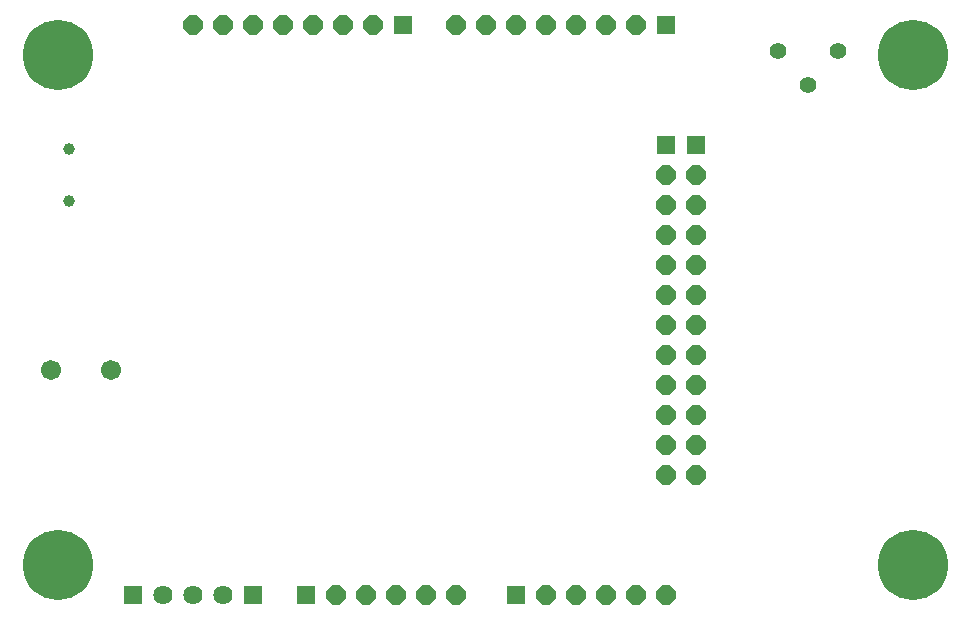
<source format=gbs>
G75*
G70*
%OFA0B0*%
%FSLAX24Y24*%
%IPPOS*%
%LPD*%
%AMOC8*
5,1,8,0,0,1.08239X$1,22.5*
%
%ADD10C,0.0394*%
%ADD11R,0.0640X0.0640*%
%ADD12C,0.0640*%
%ADD13OC8,0.0640*%
%ADD14C,0.0670*%
%ADD15C,0.2340*%
%ADD16C,0.0555*%
D10*
X002750Y018187D03*
X002750Y019920D03*
D11*
X004875Y005054D03*
X008875Y005054D03*
X010625Y005054D03*
X017625Y005054D03*
X022625Y020054D03*
X023625Y020054D03*
X022625Y024054D03*
X013875Y024054D03*
D12*
X007875Y005054D03*
X006875Y005054D03*
X005875Y005054D03*
D13*
X011625Y005054D03*
X012625Y005054D03*
X013625Y005054D03*
X014625Y005054D03*
X015625Y005054D03*
X018625Y005054D03*
X019625Y005054D03*
X020625Y005054D03*
X021625Y005054D03*
X022625Y005054D03*
X022625Y009054D03*
X023625Y009054D03*
X023625Y010054D03*
X022625Y010054D03*
X022625Y011054D03*
X023625Y011054D03*
X023625Y012054D03*
X022625Y012054D03*
X022625Y013054D03*
X023625Y013054D03*
X023625Y014054D03*
X022625Y014054D03*
X022625Y015054D03*
X023625Y015054D03*
X023625Y016054D03*
X022625Y016054D03*
X022625Y017054D03*
X023625Y017054D03*
X023625Y018054D03*
X022625Y018054D03*
X022625Y019054D03*
X023625Y019054D03*
X021625Y024054D03*
X020625Y024054D03*
X019625Y024054D03*
X018625Y024054D03*
X017625Y024054D03*
X016625Y024054D03*
X015625Y024054D03*
X012875Y024054D03*
X011875Y024054D03*
X010875Y024054D03*
X009875Y024054D03*
X008875Y024054D03*
X007875Y024054D03*
X006875Y024054D03*
D14*
X004125Y012554D03*
X002125Y012554D03*
D15*
X002375Y006054D03*
X002375Y023054D03*
X030875Y023054D03*
X030875Y006054D03*
D16*
X027375Y022054D03*
X028375Y023176D03*
X026375Y023176D03*
M02*

</source>
